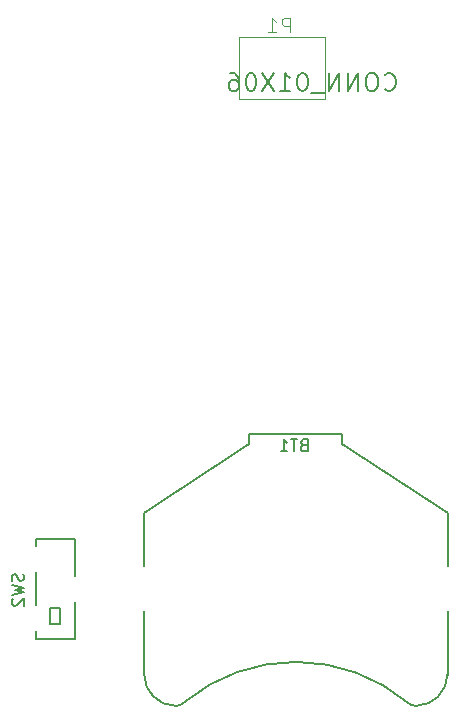
<source format=gbo>
G04 #@! TF.FileFunction,Legend,Bot*
%FSLAX46Y46*%
G04 Gerber Fmt 4.6, Leading zero omitted, Abs format (unit mm)*
G04 Created by KiCad (PCBNEW 4.0.5) date 04/19/17 16:41:43*
%MOMM*%
%LPD*%
G01*
G04 APERTURE LIST*
%ADD10C,0.100000*%
%ADD11C,0.150000*%
%ADD12C,0.120000*%
G04 APERTURE END LIST*
D10*
D11*
X143340556Y-135495071D02*
G75*
G02X162331000Y-135587000I9440444J-11361929D01*
G01*
X143302751Y-135528751D02*
G75*
G02X142631000Y-135807000I-671751J671751D01*
G01*
X162259249Y-135528751D02*
G75*
G03X162931000Y-135807000I671751J671751D01*
G01*
X165631000Y-133107000D02*
G75*
G02X162931000Y-135807000I-2700000J0D01*
G01*
X139931000Y-133107000D02*
G75*
G03X142631000Y-135807000I2700000J0D01*
G01*
X139931000Y-127757000D02*
X139931000Y-133157000D01*
X165631000Y-127757000D02*
X165631000Y-133157000D01*
X139931000Y-119457000D02*
X139931000Y-123957000D01*
X165631000Y-119457000D02*
X165631000Y-123957000D01*
X148831000Y-113607000D02*
X139931000Y-119457000D01*
X148831000Y-112807000D02*
X148831000Y-113607000D01*
X156731000Y-112807000D02*
X148831000Y-112807000D01*
X156731000Y-112807000D02*
X156731000Y-113607000D01*
X156731000Y-113607000D02*
X165631000Y-119457000D01*
X131950000Y-127550000D02*
X131950000Y-128900000D01*
X131950000Y-128900000D02*
X132850000Y-128900000D01*
X132850000Y-128900000D02*
X132850000Y-127550000D01*
X131950000Y-127550000D02*
X132850000Y-127550000D01*
X134050000Y-127000000D02*
X134050000Y-130150000D01*
X134050000Y-121650000D02*
X134050000Y-124800000D01*
X130750000Y-129500000D02*
X130750000Y-130150000D01*
X130750000Y-124500000D02*
X130750000Y-127300000D01*
X130750000Y-121650000D02*
X130750000Y-122300000D01*
X130750000Y-130150000D02*
X134050000Y-130150000D01*
X130750000Y-121650000D02*
X134050000Y-121650000D01*
D12*
X155268000Y-84408000D02*
X155268000Y-79168000D01*
X155268000Y-79168000D02*
X148008000Y-79168000D01*
X148008000Y-79168000D02*
X148008000Y-84408000D01*
X148008000Y-84408000D02*
X155268000Y-84408000D01*
D11*
X153439714Y-113720571D02*
X153296857Y-113768190D01*
X153249238Y-113815810D01*
X153201619Y-113911048D01*
X153201619Y-114053905D01*
X153249238Y-114149143D01*
X153296857Y-114196762D01*
X153392095Y-114244381D01*
X153773048Y-114244381D01*
X153773048Y-113244381D01*
X153439714Y-113244381D01*
X153344476Y-113292000D01*
X153296857Y-113339619D01*
X153249238Y-113434857D01*
X153249238Y-113530095D01*
X153296857Y-113625333D01*
X153344476Y-113672952D01*
X153439714Y-113720571D01*
X153773048Y-113720571D01*
X152915905Y-113244381D02*
X152344476Y-113244381D01*
X152630191Y-114244381D02*
X152630191Y-113244381D01*
X151487333Y-114244381D02*
X152058762Y-114244381D01*
X151773048Y-114244381D02*
X151773048Y-113244381D01*
X151868286Y-113387238D01*
X151963524Y-113482476D01*
X152058762Y-113530095D01*
X129690762Y-124650667D02*
X129738381Y-124793524D01*
X129738381Y-125031620D01*
X129690762Y-125126858D01*
X129643143Y-125174477D01*
X129547905Y-125222096D01*
X129452667Y-125222096D01*
X129357429Y-125174477D01*
X129309810Y-125126858D01*
X129262190Y-125031620D01*
X129214571Y-124841143D01*
X129166952Y-124745905D01*
X129119333Y-124698286D01*
X129024095Y-124650667D01*
X128928857Y-124650667D01*
X128833619Y-124698286D01*
X128786000Y-124745905D01*
X128738381Y-124841143D01*
X128738381Y-125079239D01*
X128786000Y-125222096D01*
X128738381Y-125555429D02*
X129738381Y-125793524D01*
X129024095Y-125984001D01*
X129738381Y-126174477D01*
X128738381Y-126412572D01*
X128833619Y-126745905D02*
X128786000Y-126793524D01*
X128738381Y-126888762D01*
X128738381Y-127126858D01*
X128786000Y-127222096D01*
X128833619Y-127269715D01*
X128928857Y-127317334D01*
X129024095Y-127317334D01*
X129166952Y-127269715D01*
X129738381Y-126698286D01*
X129738381Y-127317334D01*
D12*
X152269714Y-78774857D02*
X152269714Y-77574857D01*
X151812571Y-77574857D01*
X151698285Y-77632000D01*
X151641142Y-77689143D01*
X151583999Y-77803429D01*
X151583999Y-77974857D01*
X151641142Y-78089143D01*
X151698285Y-78146286D01*
X151812571Y-78203429D01*
X152269714Y-78203429D01*
X150441142Y-78774857D02*
X151126857Y-78774857D01*
X150783999Y-78774857D02*
X150783999Y-77574857D01*
X150898285Y-77746286D01*
X151012571Y-77860571D01*
X151126857Y-77917714D01*
D11*
X160310286Y-83602286D02*
X160382857Y-83674857D01*
X160600571Y-83747429D01*
X160745714Y-83747429D01*
X160963429Y-83674857D01*
X161108571Y-83529714D01*
X161181143Y-83384571D01*
X161253714Y-83094286D01*
X161253714Y-82876571D01*
X161181143Y-82586286D01*
X161108571Y-82441143D01*
X160963429Y-82296000D01*
X160745714Y-82223429D01*
X160600571Y-82223429D01*
X160382857Y-82296000D01*
X160310286Y-82368571D01*
X159366857Y-82223429D02*
X159076571Y-82223429D01*
X158931429Y-82296000D01*
X158786286Y-82441143D01*
X158713714Y-82731429D01*
X158713714Y-83239429D01*
X158786286Y-83529714D01*
X158931429Y-83674857D01*
X159076571Y-83747429D01*
X159366857Y-83747429D01*
X159512000Y-83674857D01*
X159657143Y-83529714D01*
X159729714Y-83239429D01*
X159729714Y-82731429D01*
X159657143Y-82441143D01*
X159512000Y-82296000D01*
X159366857Y-82223429D01*
X158060572Y-83747429D02*
X158060572Y-82223429D01*
X157189715Y-83747429D01*
X157189715Y-82223429D01*
X156464001Y-83747429D02*
X156464001Y-82223429D01*
X155593144Y-83747429D01*
X155593144Y-82223429D01*
X155230287Y-83892571D02*
X154069144Y-83892571D01*
X153416001Y-82223429D02*
X153270858Y-82223429D01*
X153125715Y-82296000D01*
X153053144Y-82368571D01*
X152980573Y-82513714D01*
X152908001Y-82804000D01*
X152908001Y-83166857D01*
X152980573Y-83457143D01*
X153053144Y-83602286D01*
X153125715Y-83674857D01*
X153270858Y-83747429D01*
X153416001Y-83747429D01*
X153561144Y-83674857D01*
X153633715Y-83602286D01*
X153706287Y-83457143D01*
X153778858Y-83166857D01*
X153778858Y-82804000D01*
X153706287Y-82513714D01*
X153633715Y-82368571D01*
X153561144Y-82296000D01*
X153416001Y-82223429D01*
X151456572Y-83747429D02*
X152327429Y-83747429D01*
X151892001Y-83747429D02*
X151892001Y-82223429D01*
X152037144Y-82441143D01*
X152182286Y-82586286D01*
X152327429Y-82658857D01*
X150948572Y-82223429D02*
X149932572Y-83747429D01*
X149932572Y-82223429D02*
X150948572Y-83747429D01*
X149061714Y-82223429D02*
X148916571Y-82223429D01*
X148771428Y-82296000D01*
X148698857Y-82368571D01*
X148626286Y-82513714D01*
X148553714Y-82804000D01*
X148553714Y-83166857D01*
X148626286Y-83457143D01*
X148698857Y-83602286D01*
X148771428Y-83674857D01*
X148916571Y-83747429D01*
X149061714Y-83747429D01*
X149206857Y-83674857D01*
X149279428Y-83602286D01*
X149352000Y-83457143D01*
X149424571Y-83166857D01*
X149424571Y-82804000D01*
X149352000Y-82513714D01*
X149279428Y-82368571D01*
X149206857Y-82296000D01*
X149061714Y-82223429D01*
X147247428Y-82223429D02*
X147537714Y-82223429D01*
X147682857Y-82296000D01*
X147755428Y-82368571D01*
X147900571Y-82586286D01*
X147973142Y-82876571D01*
X147973142Y-83457143D01*
X147900571Y-83602286D01*
X147827999Y-83674857D01*
X147682857Y-83747429D01*
X147392571Y-83747429D01*
X147247428Y-83674857D01*
X147174857Y-83602286D01*
X147102285Y-83457143D01*
X147102285Y-83094286D01*
X147174857Y-82949143D01*
X147247428Y-82876571D01*
X147392571Y-82804000D01*
X147682857Y-82804000D01*
X147827999Y-82876571D01*
X147900571Y-82949143D01*
X147973142Y-83094286D01*
M02*

</source>
